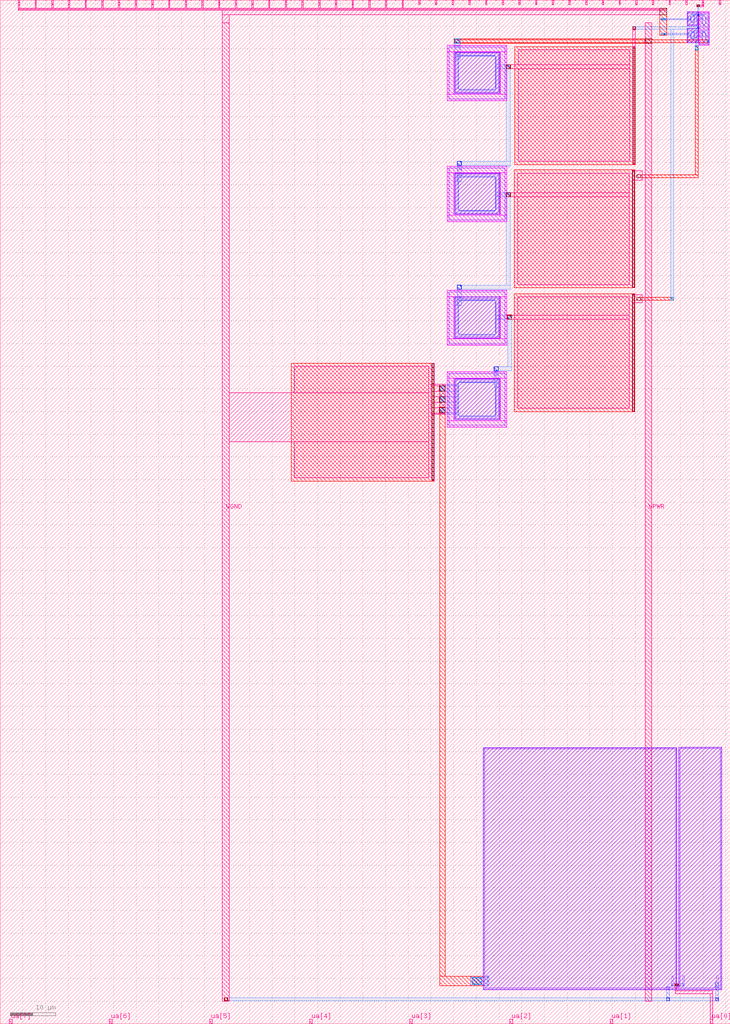
<source format=lef>
VERSION 5.7 ;
  NOWIREEXTENSIONATPIN ON ;
  DIVIDERCHAR "/" ;
  BUSBITCHARS "[]" ;
MACRO tt_um_urish_charge_pump
  CLASS BLOCK ;
  FOREIGN tt_um_urish_charge_pump ;
  ORIGIN 0.000 0.000 ;
  SIZE 161.000 BY 225.760 ;
  PIN clk
    DIRECTION INPUT ;
    USE SIGNAL ;
    ANTENNAGATEAREA 1.125000 ;
    PORT
      LAYER met4 ;
        RECT 154.870 224.760 155.170 225.760 ;
    END
  END clk
  PIN ena
    DIRECTION INPUT ;
    USE SIGNAL ;
    PORT
      LAYER met4 ;
        RECT 158.550 224.760 158.850 225.760 ;
    END
  END ena
  PIN rst_n
    DIRECTION INPUT ;
    USE SIGNAL ;
    PORT
      LAYER met4 ;
        RECT 151.190 224.760 151.490 225.760 ;
    END
  END rst_n
  PIN ua[0]
    DIRECTION INOUT ;
    USE SIGNAL ;
    PORT
      LAYER met4 ;
        RECT 156.560 0.000 157.160 1.000 ;
    END
  END ua[0]
  PIN ua[1]
    DIRECTION INOUT ;
    USE SIGNAL ;
    PORT
      LAYER met4 ;
        RECT 134.480 0.000 135.080 1.000 ;
    END
  END ua[1]
  PIN ua[2]
    DIRECTION INOUT ;
    USE SIGNAL ;
    PORT
      LAYER met4 ;
        RECT 112.400 0.000 113.000 1.000 ;
    END
  END ua[2]
  PIN ua[3]
    DIRECTION INOUT ;
    USE SIGNAL ;
    PORT
      LAYER met4 ;
        RECT 90.320 0.000 90.920 1.000 ;
    END
  END ua[3]
  PIN ua[4]
    DIRECTION INOUT ;
    USE SIGNAL ;
    PORT
      LAYER met4 ;
        RECT 68.240 0.000 68.840 1.000 ;
    END
  END ua[4]
  PIN ua[5]
    DIRECTION INOUT ;
    USE SIGNAL ;
    PORT
      LAYER met4 ;
        RECT 46.160 0.000 46.760 1.000 ;
    END
  END ua[5]
  PIN ua[6]
    DIRECTION INOUT ;
    USE SIGNAL ;
    PORT
      LAYER met4 ;
        RECT 24.080 0.000 24.680 1.000 ;
    END
  END ua[6]
  PIN ua[7]
    DIRECTION INOUT ;
    USE SIGNAL ;
    PORT
      LAYER met4 ;
        RECT 2.000 0.000 2.600 1.000 ;
    END
  END ua[7]
  PIN ui_in[0]
    DIRECTION INPUT ;
    USE SIGNAL ;
    PORT
      LAYER met4 ;
        RECT 147.510 224.760 147.810 225.760 ;
    END
  END ui_in[0]
  PIN ui_in[1]
    DIRECTION INPUT ;
    USE SIGNAL ;
    PORT
      LAYER met4 ;
        RECT 143.830 224.760 144.130 225.760 ;
    END
  END ui_in[1]
  PIN ui_in[2]
    DIRECTION INPUT ;
    USE SIGNAL ;
    PORT
      LAYER met4 ;
        RECT 140.150 224.760 140.450 225.760 ;
    END
  END ui_in[2]
  PIN ui_in[3]
    DIRECTION INPUT ;
    USE SIGNAL ;
    PORT
      LAYER met4 ;
        RECT 136.470 224.760 136.770 225.760 ;
    END
  END ui_in[3]
  PIN ui_in[4]
    DIRECTION INPUT ;
    USE SIGNAL ;
    PORT
      LAYER met4 ;
        RECT 132.790 224.760 133.090 225.760 ;
    END
  END ui_in[4]
  PIN ui_in[5]
    DIRECTION INPUT ;
    USE SIGNAL ;
    PORT
      LAYER met4 ;
        RECT 129.110 224.760 129.410 225.760 ;
    END
  END ui_in[5]
  PIN ui_in[6]
    DIRECTION INPUT ;
    USE SIGNAL ;
    PORT
      LAYER met4 ;
        RECT 125.430 224.760 125.730 225.760 ;
    END
  END ui_in[6]
  PIN ui_in[7]
    DIRECTION INPUT ;
    USE SIGNAL ;
    PORT
      LAYER met4 ;
        RECT 121.750 224.760 122.050 225.760 ;
    END
  END ui_in[7]
  PIN uio_in[0]
    DIRECTION INPUT ;
    USE SIGNAL ;
    PORT
      LAYER met4 ;
        RECT 118.070 224.760 118.370 225.760 ;
    END
  END uio_in[0]
  PIN uio_in[1]
    DIRECTION INPUT ;
    USE SIGNAL ;
    PORT
      LAYER met4 ;
        RECT 114.390 224.760 114.690 225.760 ;
    END
  END uio_in[1]
  PIN uio_in[2]
    DIRECTION INPUT ;
    USE SIGNAL ;
    PORT
      LAYER met4 ;
        RECT 110.710 224.760 111.010 225.760 ;
    END
  END uio_in[2]
  PIN uio_in[3]
    DIRECTION INPUT ;
    USE SIGNAL ;
    PORT
      LAYER met4 ;
        RECT 107.030 224.760 107.330 225.760 ;
    END
  END uio_in[3]
  PIN uio_in[4]
    DIRECTION INPUT ;
    USE SIGNAL ;
    PORT
      LAYER met4 ;
        RECT 103.350 224.760 103.650 225.760 ;
    END
  END uio_in[4]
  PIN uio_in[5]
    DIRECTION INPUT ;
    USE SIGNAL ;
    PORT
      LAYER met4 ;
        RECT 99.670 224.760 99.970 225.760 ;
    END
  END uio_in[5]
  PIN uio_in[6]
    DIRECTION INPUT ;
    USE SIGNAL ;
    PORT
      LAYER met4 ;
        RECT 95.990 224.760 96.290 225.760 ;
    END
  END uio_in[6]
  PIN uio_in[7]
    DIRECTION INPUT ;
    USE SIGNAL ;
    PORT
      LAYER met4 ;
        RECT 92.310 224.760 92.610 225.760 ;
    END
  END uio_in[7]
  PIN uio_oe[0]
    DIRECTION OUTPUT ;
    USE SIGNAL ;
    ANTENNADIFFAREA 56.931599 ;
    PORT
      LAYER met4 ;
        RECT 29.750 224.760 30.050 225.760 ;
    END
  END uio_oe[0]
  PIN uio_oe[1]
    DIRECTION OUTPUT ;
    USE SIGNAL ;
    ANTENNADIFFAREA 56.931599 ;
    PORT
      LAYER met4 ;
        RECT 26.070 224.760 26.370 225.760 ;
    END
  END uio_oe[1]
  PIN uio_oe[2]
    DIRECTION OUTPUT ;
    USE SIGNAL ;
    ANTENNADIFFAREA 56.931599 ;
    PORT
      LAYER met4 ;
        RECT 22.390 224.760 22.690 225.760 ;
    END
  END uio_oe[2]
  PIN uio_oe[3]
    DIRECTION OUTPUT ;
    USE SIGNAL ;
    ANTENNADIFFAREA 56.931599 ;
    PORT
      LAYER met4 ;
        RECT 18.710 224.760 19.010 225.760 ;
    END
  END uio_oe[3]
  PIN uio_oe[4]
    DIRECTION OUTPUT ;
    USE SIGNAL ;
    ANTENNADIFFAREA 56.931599 ;
    PORT
      LAYER met4 ;
        RECT 15.030 224.760 15.330 225.760 ;
    END
  END uio_oe[4]
  PIN uio_oe[5]
    DIRECTION OUTPUT ;
    USE SIGNAL ;
    ANTENNADIFFAREA 56.931599 ;
    PORT
      LAYER met4 ;
        RECT 11.350 224.760 11.650 225.760 ;
    END
  END uio_oe[5]
  PIN uio_oe[6]
    DIRECTION OUTPUT ;
    USE SIGNAL ;
    ANTENNADIFFAREA 56.931599 ;
    PORT
      LAYER met4 ;
        RECT 7.670 224.760 7.970 225.760 ;
    END
  END uio_oe[6]
  PIN uio_oe[7]
    DIRECTION OUTPUT ;
    USE SIGNAL ;
    ANTENNADIFFAREA 56.931599 ;
    PORT
      LAYER met4 ;
        RECT 3.990 224.760 4.290 225.760 ;
    END
  END uio_oe[7]
  PIN uio_out[0]
    DIRECTION OUTPUT ;
    USE SIGNAL ;
    ANTENNADIFFAREA 56.931599 ;
    PORT
      LAYER met4 ;
        RECT 59.190 224.760 59.490 225.760 ;
    END
  END uio_out[0]
  PIN uio_out[1]
    DIRECTION OUTPUT ;
    USE SIGNAL ;
    ANTENNADIFFAREA 56.931599 ;
    PORT
      LAYER met4 ;
        RECT 55.510 224.760 55.810 225.760 ;
    END
  END uio_out[1]
  PIN uio_out[2]
    DIRECTION OUTPUT ;
    USE SIGNAL ;
    ANTENNADIFFAREA 56.931599 ;
    PORT
      LAYER met4 ;
        RECT 51.830 224.760 52.130 225.760 ;
    END
  END uio_out[2]
  PIN uio_out[3]
    DIRECTION OUTPUT ;
    USE SIGNAL ;
    ANTENNADIFFAREA 56.931599 ;
    PORT
      LAYER met4 ;
        RECT 48.150 224.760 48.450 225.760 ;
    END
  END uio_out[3]
  PIN uio_out[4]
    DIRECTION OUTPUT ;
    USE SIGNAL ;
    ANTENNADIFFAREA 56.931599 ;
    PORT
      LAYER met4 ;
        RECT 44.470 224.760 44.770 225.760 ;
    END
  END uio_out[4]
  PIN uio_out[5]
    DIRECTION OUTPUT ;
    USE SIGNAL ;
    ANTENNADIFFAREA 56.931599 ;
    PORT
      LAYER met4 ;
        RECT 40.790 224.760 41.090 225.760 ;
    END
  END uio_out[5]
  PIN uio_out[6]
    DIRECTION OUTPUT ;
    USE SIGNAL ;
    ANTENNADIFFAREA 56.931599 ;
    PORT
      LAYER met4 ;
        RECT 37.110 224.760 37.410 225.760 ;
    END
  END uio_out[6]
  PIN uio_out[7]
    DIRECTION OUTPUT ;
    USE SIGNAL ;
    ANTENNADIFFAREA 56.931599 ;
    PORT
      LAYER met4 ;
        RECT 33.430 224.760 33.730 225.760 ;
    END
  END uio_out[7]
  PIN uo_out[0]
    DIRECTION OUTPUT ;
    USE SIGNAL ;
    ANTENNADIFFAREA 56.931599 ;
    PORT
      LAYER met4 ;
        RECT 88.630 224.760 88.930 225.760 ;
    END
  END uo_out[0]
  PIN uo_out[1]
    DIRECTION OUTPUT ;
    USE SIGNAL ;
    ANTENNADIFFAREA 56.931599 ;
    PORT
      LAYER met4 ;
        RECT 84.950 224.760 85.250 225.760 ;
    END
  END uo_out[1]
  PIN uo_out[2]
    DIRECTION OUTPUT ;
    USE SIGNAL ;
    ANTENNADIFFAREA 56.931599 ;
    PORT
      LAYER met4 ;
        RECT 81.270 224.760 81.570 225.760 ;
    END
  END uo_out[2]
  PIN uo_out[3]
    DIRECTION OUTPUT ;
    USE SIGNAL ;
    ANTENNADIFFAREA 56.931599 ;
    PORT
      LAYER met4 ;
        RECT 77.590 224.760 77.890 225.760 ;
    END
  END uo_out[3]
  PIN uo_out[4]
    DIRECTION OUTPUT ;
    USE SIGNAL ;
    ANTENNADIFFAREA 56.931599 ;
    PORT
      LAYER met4 ;
        RECT 73.910 224.760 74.210 225.760 ;
    END
  END uo_out[4]
  PIN uo_out[5]
    DIRECTION OUTPUT ;
    USE SIGNAL ;
    ANTENNADIFFAREA 56.931599 ;
    PORT
      LAYER met4 ;
        RECT 70.230 224.760 70.530 225.760 ;
    END
  END uo_out[5]
  PIN uo_out[6]
    DIRECTION OUTPUT ;
    USE SIGNAL ;
    ANTENNADIFFAREA 56.931599 ;
    PORT
      LAYER met4 ;
        RECT 66.550 224.760 66.850 225.760 ;
    END
  END uo_out[6]
  PIN uo_out[7]
    DIRECTION OUTPUT ;
    USE SIGNAL ;
    ANTENNADIFFAREA 56.931599 ;
    PORT
      LAYER met4 ;
        RECT 62.870 224.760 63.170 225.760 ;
    END
  END uo_out[7]
  PIN VPWR
    DIRECTION INOUT ;
    USE POWER ;
    PORT
      LAYER met4 ;
        RECT 142.200 5.000 143.700 220.760 ;
    END
  END VPWR
  PIN VGND
    DIRECTION INOUT ;
    USE GROUND ;
    PORT
      LAYER met4 ;
        RECT 49.000 5.000 50.500 220.760 ;
    END
  END VGND
  OBS
      LAYER pwell ;
        RECT 151.500 220.100 153.910 223.200 ;
        RECT 151.500 216.410 153.910 219.510 ;
      LAYER nwell ;
        RECT 154.000 215.810 156.410 223.190 ;
        RECT 98.600 214.370 111.700 215.800 ;
        RECT 98.600 205.030 100.030 214.370 ;
      LAYER pwell ;
        RECT 100.200 205.200 110.160 214.300 ;
      LAYER nwell ;
        RECT 110.270 205.030 111.700 214.370 ;
        RECT 98.600 203.600 111.700 205.030 ;
        RECT 98.600 187.670 111.700 189.100 ;
        RECT 98.600 178.330 100.030 187.670 ;
      LAYER pwell ;
        RECT 100.200 178.500 110.160 187.600 ;
      LAYER nwell ;
        RECT 110.270 178.330 111.700 187.670 ;
        RECT 98.600 176.900 111.700 178.330 ;
        RECT 98.600 160.370 111.700 161.800 ;
        RECT 98.600 151.030 100.030 160.370 ;
      LAYER pwell ;
        RECT 100.200 151.200 110.160 160.300 ;
      LAYER nwell ;
        RECT 110.270 151.030 111.700 160.370 ;
        RECT 98.600 149.600 111.700 151.030 ;
        RECT 98.600 142.370 111.700 143.800 ;
        RECT 98.600 133.030 100.030 142.370 ;
      LAYER pwell ;
        RECT 100.200 133.200 110.160 142.300 ;
      LAYER nwell ;
        RECT 110.270 133.030 111.700 142.370 ;
        RECT 98.600 131.600 111.700 133.030 ;
      LAYER pwell ;
        RECT 106.550 7.550 149.230 60.910 ;
        RECT 149.650 7.550 159.130 60.990 ;
      LAYER li1 ;
        RECT 151.680 222.850 153.730 223.020 ;
        RECT 151.680 220.450 151.850 222.850 ;
        RECT 152.480 222.340 152.930 222.510 ;
        RECT 152.250 221.130 152.420 222.170 ;
        RECT 152.990 221.130 153.160 222.170 ;
        RECT 152.480 220.790 152.930 220.960 ;
        RECT 153.560 220.450 153.730 222.850 ;
        RECT 151.680 220.280 153.730 220.450 ;
        RECT 154.180 222.840 156.230 223.010 ;
        RECT 154.180 219.850 154.350 222.840 ;
        RECT 154.980 222.330 155.430 222.500 ;
        RECT 154.750 220.575 154.920 222.115 ;
        RECT 155.490 220.575 155.660 222.115 ;
        RECT 154.980 220.190 155.430 220.360 ;
        RECT 156.060 219.850 156.230 222.840 ;
        RECT 154.180 219.680 156.230 219.850 ;
        RECT 151.680 219.160 153.730 219.330 ;
        RECT 151.680 216.760 151.850 219.160 ;
        RECT 152.480 218.650 152.930 218.820 ;
        RECT 152.250 217.440 152.420 218.480 ;
        RECT 152.990 217.440 153.160 218.480 ;
        RECT 152.480 217.100 152.930 217.270 ;
        RECT 153.560 216.760 153.730 219.160 ;
        RECT 151.680 216.590 153.730 216.760 ;
        RECT 154.180 219.150 156.230 219.320 ;
        RECT 154.180 216.160 154.350 219.150 ;
        RECT 154.980 218.640 155.430 218.810 ;
        RECT 154.750 216.885 154.920 218.425 ;
        RECT 155.490 216.885 155.660 218.425 ;
        RECT 154.980 216.500 155.430 216.670 ;
        RECT 156.060 216.160 156.230 219.150 ;
        RECT 154.180 215.990 156.230 216.160 ;
        RECT 100.200 215.515 101.400 215.700 ;
        RECT 98.885 215.345 111.415 215.515 ;
        RECT 98.885 204.055 99.055 215.345 ;
        RECT 100.800 214.120 101.400 214.200 ;
        RECT 100.380 213.950 109.980 214.120 ;
        RECT 100.380 205.550 100.550 213.950 ;
        RECT 100.800 213.900 101.400 213.950 ;
        RECT 101.180 213.440 109.180 213.610 ;
        RECT 100.950 206.230 101.120 213.270 ;
        RECT 109.240 206.230 109.410 213.270 ;
        RECT 101.180 205.890 109.180 206.060 ;
        RECT 109.810 205.550 109.980 213.950 ;
        RECT 100.380 205.380 109.980 205.550 ;
        RECT 111.245 204.055 111.415 215.345 ;
        RECT 98.885 203.885 111.415 204.055 ;
        RECT 100.800 188.815 101.700 189.000 ;
        RECT 98.885 188.645 111.415 188.815 ;
        RECT 98.885 177.355 99.055 188.645 ;
        RECT 100.800 188.400 101.700 188.645 ;
        RECT 100.800 187.420 101.700 187.500 ;
        RECT 100.380 187.250 109.980 187.420 ;
        RECT 100.380 178.850 100.550 187.250 ;
        RECT 100.800 187.200 101.700 187.250 ;
        RECT 101.180 186.740 109.180 186.910 ;
        RECT 100.950 179.530 101.120 186.570 ;
        RECT 109.240 179.530 109.410 186.570 ;
        RECT 101.180 179.190 109.180 179.360 ;
        RECT 109.810 178.850 109.980 187.250 ;
        RECT 100.380 178.680 109.980 178.850 ;
        RECT 111.245 177.355 111.415 188.645 ;
        RECT 98.885 177.185 111.415 177.355 ;
        RECT 98.885 161.345 111.415 161.515 ;
        RECT 98.885 150.055 99.055 161.345 ;
        RECT 100.800 160.120 101.700 160.200 ;
        RECT 100.380 159.950 109.980 160.120 ;
        RECT 100.380 151.550 100.550 159.950 ;
        RECT 100.800 159.900 101.700 159.950 ;
        RECT 101.180 159.440 109.180 159.610 ;
        RECT 100.950 152.230 101.120 159.270 ;
        RECT 109.240 152.230 109.410 159.270 ;
        RECT 101.180 151.890 109.180 152.060 ;
        RECT 109.810 151.550 109.980 159.950 ;
        RECT 100.380 151.380 109.980 151.550 ;
        RECT 111.245 150.055 111.415 161.345 ;
        RECT 98.885 149.885 111.415 150.055 ;
        RECT 108.900 143.515 109.800 143.700 ;
        RECT 98.885 143.345 111.415 143.515 ;
        RECT 98.885 132.055 99.055 143.345 ;
        RECT 108.900 143.100 109.800 143.345 ;
        RECT 108.900 142.120 109.500 142.200 ;
        RECT 100.380 141.950 109.980 142.120 ;
        RECT 100.380 133.550 100.550 141.950 ;
        RECT 108.900 141.900 109.500 141.950 ;
        RECT 101.180 141.440 109.180 141.610 ;
        RECT 100.950 134.230 101.120 141.270 ;
        RECT 109.240 134.230 109.410 141.270 ;
        RECT 101.180 133.890 109.180 134.060 ;
        RECT 109.810 133.550 109.980 141.950 ;
        RECT 100.380 133.380 109.980 133.550 ;
        RECT 111.245 132.055 111.415 143.345 ;
        RECT 98.885 131.885 111.415 132.055 ;
        RECT 106.730 60.560 149.050 60.730 ;
        RECT 106.730 7.900 106.900 60.560 ;
        RECT 107.380 8.380 107.730 10.540 ;
        RECT 148.050 8.380 148.400 10.540 ;
        RECT 147.000 7.900 147.600 8.100 ;
        RECT 148.880 7.900 149.050 60.560 ;
        RECT 106.730 7.730 149.050 7.900 ;
        RECT 149.830 60.640 158.950 60.810 ;
        RECT 149.830 7.900 150.000 60.640 ;
        RECT 150.480 8.380 150.830 10.540 ;
        RECT 157.950 9.000 158.300 10.540 ;
        RECT 157.800 8.400 158.400 9.000 ;
        RECT 157.950 8.380 158.300 8.400 ;
        RECT 157.800 7.900 158.400 8.100 ;
        RECT 158.780 7.900 158.950 60.640 ;
        RECT 149.830 7.730 158.950 7.900 ;
        RECT 147.000 7.500 147.600 7.730 ;
        RECT 157.800 7.500 158.400 7.730 ;
      LAYER mcon ;
        RECT 152.560 222.340 152.850 222.510 ;
        RECT 151.680 221.400 151.850 221.700 ;
        RECT 152.250 221.210 152.420 222.090 ;
        RECT 152.990 221.210 153.160 222.090 ;
        RECT 152.560 220.790 152.850 220.960 ;
        RECT 155.060 222.330 155.350 222.500 ;
        RECT 154.750 220.655 154.920 222.035 ;
        RECT 155.490 220.655 155.660 222.035 ;
        RECT 156.060 221.510 156.230 221.780 ;
        RECT 155.060 220.190 155.350 220.360 ;
        RECT 152.560 218.650 152.850 218.820 ;
        RECT 151.680 218.100 151.850 218.400 ;
        RECT 152.250 217.520 152.420 218.400 ;
        RECT 152.990 217.520 153.160 218.400 ;
        RECT 152.560 217.100 152.850 217.270 ;
        RECT 155.060 218.640 155.350 218.810 ;
        RECT 154.750 216.965 154.920 218.345 ;
        RECT 155.490 216.965 155.660 218.345 ;
        RECT 156.060 217.710 156.230 217.980 ;
        RECT 155.060 216.500 155.350 216.670 ;
        RECT 100.200 215.400 101.400 215.700 ;
        RECT 101.260 213.440 109.100 213.610 ;
        RECT 100.950 206.310 101.120 213.190 ;
        RECT 109.240 206.310 109.410 213.190 ;
        RECT 101.260 205.890 109.100 206.060 ;
        RECT 101.260 186.740 109.100 186.910 ;
        RECT 100.950 179.610 101.120 186.490 ;
        RECT 109.240 179.610 109.410 186.490 ;
        RECT 101.260 179.190 109.100 179.360 ;
        RECT 101.260 159.440 109.100 159.610 ;
        RECT 100.950 152.310 101.120 159.190 ;
        RECT 109.240 152.310 109.410 159.190 ;
        RECT 101.260 151.890 109.100 152.060 ;
        RECT 101.260 141.440 109.100 141.610 ;
        RECT 100.950 134.310 101.120 141.190 ;
        RECT 109.240 134.310 109.410 141.190 ;
        RECT 101.260 133.890 109.100 134.060 ;
        RECT 107.400 8.400 107.700 10.200 ;
        RECT 157.800 8.400 158.400 9.000 ;
      LAYER met1 ;
        RECT 152.500 222.530 155.400 222.600 ;
        RECT 152.500 222.300 155.410 222.530 ;
        RECT 151.650 221.700 151.880 221.760 ;
        RECT 152.220 221.700 152.450 222.150 ;
        RECT 152.960 221.800 153.190 222.150 ;
        RECT 154.720 221.800 154.950 222.095 ;
        RECT 155.460 221.800 155.690 222.095 ;
        RECT 156.000 221.800 156.300 222.600 ;
        RECT 145.750 221.400 152.450 221.700 ;
        RECT 152.900 221.500 155.000 221.800 ;
        RECT 155.460 221.500 156.300 221.800 ;
        RECT 151.650 221.340 151.880 221.400 ;
        RECT 152.220 221.150 152.450 221.400 ;
        RECT 152.960 221.150 153.190 221.500 ;
        RECT 152.500 220.760 152.910 220.990 ;
        RECT 153.800 219.900 154.100 221.500 ;
        RECT 154.720 220.595 154.950 221.500 ;
        RECT 155.460 220.595 155.690 221.500 ;
        RECT 155.000 220.160 155.410 220.390 ;
        RECT 153.750 219.600 154.150 219.900 ;
        RECT 153.800 218.900 154.100 219.600 ;
        RECT 152.400 218.600 155.500 218.900 ;
        RECT 151.650 218.400 151.880 218.460 ;
        RECT 152.220 218.400 152.450 218.460 ;
        RECT 145.750 218.100 152.450 218.400 ;
        RECT 151.650 218.040 151.880 218.100 ;
        RECT 152.220 217.460 152.450 218.100 ;
        RECT 152.960 218.000 153.190 218.460 ;
        RECT 154.720 218.000 154.950 218.405 ;
        RECT 152.960 217.700 154.950 218.000 ;
        RECT 152.960 217.460 153.190 217.700 ;
        RECT 100.150 216.300 101.450 217.200 ;
        RECT 152.500 217.070 152.910 217.300 ;
        RECT 100.200 215.730 101.400 216.300 ;
        RECT 100.140 215.370 101.460 215.730 ;
        RECT 153.400 215.700 153.700 217.700 ;
        RECT 154.720 216.905 154.950 217.700 ;
        RECT 155.460 218.000 155.690 218.405 ;
        RECT 156.000 218.000 156.300 221.500 ;
        RECT 155.460 217.700 156.300 218.000 ;
        RECT 155.460 216.905 155.690 217.700 ;
        RECT 156.000 217.000 156.300 217.700 ;
        RECT 155.000 216.470 155.410 216.700 ;
        RECT 155.950 216.400 156.350 217.000 ;
        RECT 100.200 214.230 101.400 215.370 ;
        RECT 153.250 214.800 153.950 215.700 ;
        RECT 100.200 213.870 101.460 214.230 ;
        RECT 100.200 213.640 101.400 213.870 ;
        RECT 100.200 213.410 109.160 213.640 ;
        RECT 100.200 212.700 101.400 213.410 ;
        RECT 100.920 206.250 101.150 212.700 ;
        RECT 109.210 211.500 109.440 213.250 ;
        RECT 109.200 210.600 112.550 211.500 ;
        RECT 109.210 206.250 109.440 210.600 ;
        RECT 101.200 205.860 109.160 206.090 ;
        RECT 100.750 189.300 101.750 190.200 ;
        RECT 100.800 189.030 101.700 189.300 ;
        RECT 100.740 188.370 101.760 189.030 ;
        RECT 100.800 187.530 101.700 188.370 ;
        RECT 100.740 187.170 101.760 187.530 ;
        RECT 100.800 186.940 101.700 187.170 ;
        RECT 100.800 186.710 109.160 186.940 ;
        RECT 100.800 185.700 101.700 186.710 ;
        RECT 100.920 179.550 101.150 185.700 ;
        RECT 109.210 183.300 109.440 186.550 ;
        RECT 109.200 182.400 112.550 183.300 ;
        RECT 109.210 179.550 109.440 182.400 ;
        RECT 101.200 179.160 109.160 179.390 ;
        RECT 100.750 162.000 101.750 162.900 ;
        RECT 100.800 160.230 101.700 162.000 ;
        RECT 100.740 159.870 101.760 160.230 ;
        RECT 100.800 159.640 101.700 159.870 ;
        RECT 100.800 159.410 109.160 159.640 ;
        RECT 100.800 158.400 101.700 159.410 ;
        RECT 100.920 152.250 101.150 158.400 ;
        RECT 109.210 156.300 109.440 159.250 ;
        RECT 109.200 155.400 112.850 156.300 ;
        RECT 109.210 152.250 109.440 155.400 ;
        RECT 101.200 151.860 109.160 152.090 ;
        RECT 108.850 144.000 109.850 144.900 ;
        RECT 108.900 143.730 109.800 144.000 ;
        RECT 108.840 143.070 109.860 143.730 ;
        RECT 108.900 142.230 109.800 143.070 ;
        RECT 108.840 141.870 109.800 142.230 ;
        RECT 108.900 141.640 109.800 141.870 ;
        RECT 101.200 141.410 109.800 141.640 ;
        RECT 100.920 141.000 101.150 141.250 ;
        RECT 96.900 140.700 101.150 141.000 ;
        RECT 96.850 139.500 101.150 140.700 ;
        RECT 108.900 140.400 109.800 141.410 ;
        RECT 96.900 138.300 101.150 139.500 ;
        RECT 96.850 137.100 101.150 138.300 ;
        RECT 96.900 135.900 101.150 137.100 ;
        RECT 96.850 134.700 101.150 135.900 ;
        RECT 96.900 134.400 101.150 134.700 ;
        RECT 100.920 134.250 101.150 134.400 ;
        RECT 109.210 134.250 109.440 140.400 ;
        RECT 101.200 133.860 109.160 134.090 ;
        RECT 103.800 10.260 107.700 10.500 ;
        RECT 103.800 8.400 107.730 10.260 ;
        RECT 107.370 8.340 107.730 8.400 ;
        RECT 148.020 8.780 148.430 8.840 ;
        RECT 150.450 8.780 150.860 8.840 ;
        RECT 148.020 8.380 150.860 8.780 ;
        RECT 148.020 8.320 148.430 8.380 ;
        RECT 150.450 8.320 150.860 8.380 ;
        RECT 157.740 8.370 158.460 9.030 ;
        RECT 157.800 8.130 158.400 8.370 ;
        RECT 146.940 7.470 147.660 8.130 ;
        RECT 157.740 7.470 158.460 8.130 ;
        RECT 147.000 5.700 147.600 7.470 ;
        RECT 157.800 5.700 158.400 7.470 ;
        RECT 146.950 5.100 147.650 5.700 ;
        RECT 157.750 5.100 158.450 5.700 ;
      LAYER via ;
        RECT 153.800 222.300 154.100 222.600 ;
        RECT 145.800 221.400 146.700 221.700 ;
        RECT 153.800 219.600 154.100 219.900 ;
        RECT 145.800 218.100 146.700 218.400 ;
        RECT 100.200 216.300 101.400 217.200 ;
        RECT 156.000 216.400 156.300 217.000 ;
        RECT 153.300 214.800 153.900 215.700 ;
        RECT 111.600 210.600 112.500 211.500 ;
        RECT 100.800 189.300 101.700 190.200 ;
        RECT 111.600 182.400 112.500 183.300 ;
        RECT 100.800 162.000 101.700 162.900 ;
        RECT 111.900 155.400 112.800 156.300 ;
        RECT 108.900 144.000 109.800 144.900 ;
        RECT 96.900 139.500 98.100 140.700 ;
        RECT 96.900 137.100 98.100 138.300 ;
        RECT 96.900 134.700 98.100 135.900 ;
        RECT 104.100 8.700 106.200 10.200 ;
        RECT 148.860 8.390 149.460 8.760 ;
        RECT 147.000 5.100 147.600 5.700 ;
        RECT 157.800 5.100 158.400 5.700 ;
      LAYER met2 ;
        RECT 153.800 222.250 154.100 224.750 ;
        RECT 145.800 221.350 146.700 221.750 ;
        RECT 139.500 219.900 140.100 219.950 ;
        RECT 153.800 219.900 154.100 219.950 ;
        RECT 139.500 219.300 154.200 219.900 ;
        RECT 139.500 219.250 140.100 219.300 ;
        RECT 145.800 218.050 146.700 218.450 ;
        RECT 100.200 216.250 101.400 217.250 ;
        RECT 100.800 190.200 101.700 190.250 ;
        RECT 111.600 190.200 112.500 211.550 ;
        RECT 100.800 189.300 112.500 190.200 ;
        RECT 100.800 189.250 101.700 189.300 ;
        RECT 111.600 189.000 112.500 189.300 ;
        RECT 100.800 162.900 101.700 162.950 ;
        RECT 111.600 162.900 112.500 183.350 ;
        RECT 100.800 162.000 112.500 162.900 ;
        RECT 100.800 161.950 101.700 162.000 ;
        RECT 147.900 159.550 148.500 219.300 ;
        RECT 156.000 216.350 156.300 217.050 ;
        RECT 153.300 214.750 153.900 215.750 ;
        RECT 108.900 144.900 109.800 144.950 ;
        RECT 111.900 144.900 112.800 156.350 ;
        RECT 108.900 144.000 112.800 144.900 ;
        RECT 108.900 143.950 109.800 144.000 ;
        RECT 96.900 139.450 98.100 140.750 ;
        RECT 96.900 137.050 98.100 138.350 ;
        RECT 96.900 134.650 98.100 135.950 ;
        RECT 104.100 8.650 106.200 10.250 ;
        RECT 148.860 8.340 149.460 8.810 ;
        RECT 49.500 5.700 50.100 5.750 ;
        RECT 147.000 5.700 147.600 5.750 ;
        RECT 157.800 5.700 158.400 5.750 ;
        RECT 49.500 5.100 158.400 5.700 ;
        RECT 49.500 5.050 50.100 5.100 ;
        RECT 147.000 5.050 147.600 5.100 ;
        RECT 157.800 5.050 158.400 5.100 ;
      LAYER via2 ;
        RECT 153.800 224.300 154.100 224.700 ;
        RECT 145.800 221.400 146.700 221.700 ;
        RECT 145.800 218.100 146.700 218.400 ;
        RECT 100.200 216.300 101.400 217.200 ;
        RECT 111.600 210.600 112.500 211.500 ;
        RECT 111.600 182.400 112.500 183.300 ;
        RECT 156.000 216.400 156.300 217.000 ;
        RECT 153.300 214.800 153.900 215.700 ;
        RECT 147.900 159.600 148.500 160.200 ;
        RECT 111.900 155.400 112.800 156.300 ;
        RECT 96.900 139.500 98.100 140.700 ;
        RECT 96.900 137.100 98.100 138.300 ;
        RECT 96.900 134.700 98.100 135.900 ;
        RECT 104.100 8.700 106.200 10.200 ;
        RECT 148.860 8.390 149.460 8.760 ;
      LAYER met3 ;
        RECT 153.750 224.700 154.150 224.725 ;
        RECT 153.650 224.300 154.250 224.700 ;
        RECT 153.750 224.275 154.150 224.300 ;
        RECT 145.450 222.500 147.050 224.000 ;
        RECT 139.450 219.275 140.150 219.925 ;
        RECT 145.500 218.000 147.000 222.500 ;
        RECT 100.150 217.200 101.450 217.225 ;
        RECT 100.150 217.000 143.750 217.200 ;
        RECT 155.950 217.000 156.350 217.025 ;
        RECT 100.150 216.400 156.350 217.000 ;
        RECT 100.150 216.300 143.750 216.400 ;
        RECT 155.950 216.375 156.350 216.400 ;
        RECT 100.150 216.275 101.450 216.300 ;
        RECT 111.550 210.575 112.550 211.525 ;
        RECT 113.500 189.500 139.995 215.500 ;
        RECT 153.250 214.775 153.950 215.725 ;
        RECT 111.550 182.375 112.550 183.325 ;
        RECT 113.400 162.300 139.895 188.300 ;
        RECT 153.300 187.200 153.900 214.775 ;
        RECT 140.350 186.600 153.900 187.200 ;
        RECT 111.850 155.375 112.850 156.325 ;
        RECT 64.200 119.700 95.695 145.700 ;
        RECT 96.900 140.725 98.100 141.000 ;
        RECT 96.850 139.475 98.150 140.725 ;
        RECT 96.900 138.325 98.100 139.475 ;
        RECT 96.850 137.075 98.150 138.325 ;
        RECT 96.900 135.925 98.100 137.075 ;
        RECT 96.850 134.675 98.150 135.925 ;
        RECT 113.400 135.000 139.895 161.000 ;
        RECT 147.850 160.200 148.550 160.225 ;
        RECT 140.350 159.600 148.550 160.200 ;
        RECT 147.850 159.575 148.550 159.600 ;
        RECT 96.900 10.500 98.100 134.675 ;
        RECT 96.900 8.400 106.500 10.500 ;
        RECT 148.810 8.365 149.510 8.785 ;
        RECT 49.450 5.075 50.150 5.725 ;
      LAYER via3 ;
        RECT 153.700 224.300 154.200 224.700 ;
        RECT 145.500 222.500 147.000 224.000 ;
        RECT 139.500 219.300 140.100 219.900 ;
        RECT 142.200 216.300 143.700 217.200 ;
        RECT 111.600 210.600 112.500 211.500 ;
        RECT 139.575 189.640 139.895 215.360 ;
        RECT 111.600 182.400 112.500 183.300 ;
        RECT 139.475 162.440 139.795 188.160 ;
        RECT 140.400 186.600 141.300 187.200 ;
        RECT 111.900 155.400 112.800 156.300 ;
        RECT 95.275 119.840 95.595 145.560 ;
        RECT 96.900 139.500 98.100 140.700 ;
        RECT 96.900 137.100 98.100 138.300 ;
        RECT 96.900 134.700 98.100 135.900 ;
        RECT 139.475 135.140 139.795 160.860 ;
        RECT 140.400 159.600 141.300 160.200 ;
        RECT 148.860 8.390 149.460 8.760 ;
        RECT 49.500 5.100 50.100 5.700 ;
      LAYER met4 ;
        RECT 4.290 224.760 4.295 225.760 ;
        RECT 3.995 224.005 4.295 224.760 ;
        RECT 7.670 224.005 7.970 224.760 ;
        RECT 11.350 224.005 11.650 224.760 ;
        RECT 15.030 224.005 15.330 224.760 ;
        RECT 18.710 224.005 19.010 224.760 ;
        RECT 22.390 224.005 22.690 224.760 ;
        RECT 26.070 224.005 26.370 224.760 ;
        RECT 29.750 224.005 30.050 224.760 ;
        RECT 33.430 224.005 33.730 224.760 ;
        RECT 37.110 224.005 37.410 224.760 ;
        RECT 40.790 224.005 41.090 224.760 ;
        RECT 44.470 224.005 44.770 224.760 ;
        RECT 48.150 224.005 48.450 224.760 ;
        RECT 51.830 224.005 52.130 224.760 ;
        RECT 55.510 224.005 55.810 224.760 ;
        RECT 59.190 224.005 59.490 224.760 ;
        RECT 62.870 224.005 63.170 224.760 ;
        RECT 66.550 224.005 66.850 224.760 ;
        RECT 70.230 224.005 70.530 224.760 ;
        RECT 73.910 224.005 74.210 224.760 ;
        RECT 77.590 224.005 77.890 224.760 ;
        RECT 81.270 224.005 81.570 224.760 ;
        RECT 84.950 224.005 85.250 224.760 ;
        RECT 88.630 224.005 88.930 224.760 ;
        RECT 153.695 224.650 154.205 224.705 ;
        RECT 154.870 224.650 155.170 224.760 ;
        RECT 153.695 224.350 155.170 224.650 ;
        RECT 153.695 224.295 154.205 224.350 ;
        RECT 3.995 224.000 88.945 224.005 ;
        RECT 145.495 224.000 147.005 224.005 ;
        RECT 3.995 223.705 147.005 224.000 ;
        RECT 4.000 223.500 147.005 223.705 ;
        RECT 49.000 222.500 147.005 223.500 ;
        RECT 49.000 220.760 50.500 222.500 ;
        RECT 145.495 222.495 147.005 222.500 ;
        RECT 139.495 219.295 140.105 219.905 ;
        RECT 139.500 215.440 140.100 219.295 ;
        RECT 142.195 216.295 142.200 217.205 ;
        RECT 143.700 216.295 143.705 217.205 ;
        RECT 139.495 215.100 140.100 215.440 ;
        RECT 111.595 211.500 112.505 211.505 ;
        RECT 114.195 211.500 138.805 214.805 ;
        RECT 111.595 210.600 138.805 211.500 ;
        RECT 111.595 210.595 112.505 210.600 ;
        RECT 114.195 190.195 138.805 210.600 ;
        RECT 139.495 189.560 139.975 215.100 ;
        RECT 139.395 188.100 139.875 188.240 ;
        RECT 111.595 183.300 112.505 183.305 ;
        RECT 114.095 183.300 138.705 187.605 ;
        RECT 111.595 182.400 138.705 183.300 ;
        RECT 111.595 182.395 112.505 182.400 ;
        RECT 114.095 162.995 138.705 182.400 ;
        RECT 139.395 186.000 141.600 188.100 ;
        RECT 139.395 162.360 139.875 186.000 ;
        RECT 139.395 160.800 139.875 160.940 ;
        RECT 111.895 156.300 112.805 156.305 ;
        RECT 114.095 156.300 138.705 160.305 ;
        RECT 111.895 155.400 138.705 156.300 ;
        RECT 111.895 155.395 112.805 155.400 ;
        RECT 64.895 139.200 94.505 145.005 ;
        RECT 95.195 141.000 95.675 145.640 ;
        RECT 50.500 128.400 94.505 139.200 ;
        RECT 95.100 140.705 98.100 141.000 ;
        RECT 95.100 139.495 98.105 140.705 ;
        RECT 95.100 138.305 98.100 139.495 ;
        RECT 95.100 137.095 98.105 138.305 ;
        RECT 95.100 135.905 98.100 137.095 ;
        RECT 95.100 134.695 98.105 135.905 ;
        RECT 114.095 135.695 138.705 155.400 ;
        RECT 139.395 159.000 141.600 160.800 ;
        RECT 139.395 135.060 139.875 159.000 ;
        RECT 95.100 134.400 98.100 134.695 ;
        RECT 64.895 120.395 94.505 128.400 ;
        RECT 95.195 119.760 95.675 134.400 ;
        RECT 148.850 8.765 149.450 8.790 ;
        RECT 148.850 8.385 149.465 8.765 ;
        RECT 148.850 7.250 149.450 8.385 ;
        RECT 148.850 6.650 157.160 7.250 ;
        RECT 156.560 1.000 157.160 6.650 ;
  END
END tt_um_urish_charge_pump
END LIBRARY


</source>
